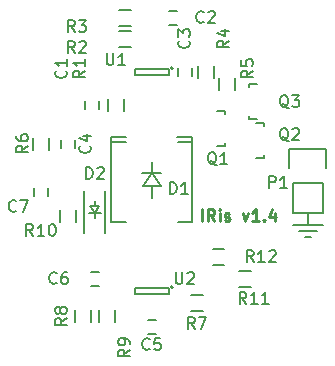
<source format=gbr>
G04 #@! TF.FileFunction,Legend,Top*
%FSLAX46Y46*%
G04 Gerber Fmt 4.6, Leading zero omitted, Abs format (unit mm)*
G04 Created by KiCad (PCBNEW 4.0.2-stable) date Saturday, September 17, 2016 'PMt' 12:44:10 PM*
%MOMM*%
G01*
G04 APERTURE LIST*
%ADD10C,0.100000*%
%ADD11C,0.200000*%
%ADD12C,0.250000*%
%ADD13C,0.150000*%
G04 APERTURE END LIST*
D10*
D11*
X155194000Y-104394000D02*
X155702000Y-104394000D01*
X155448000Y-104394000D02*
X155194000Y-104394000D01*
X154686000Y-103886000D02*
X156210000Y-103886000D01*
X155448000Y-103886000D02*
X154686000Y-103886000D01*
X156718000Y-103378000D02*
X154178000Y-103378000D01*
X154432000Y-103378000D02*
X156718000Y-103378000D01*
X155448000Y-103378000D02*
X154432000Y-103378000D01*
X155448000Y-102362000D02*
X155448000Y-103378000D01*
D12*
X146510762Y-103068381D02*
X146510762Y-102068381D01*
X147558381Y-103068381D02*
X147225047Y-102592190D01*
X146986952Y-103068381D02*
X146986952Y-102068381D01*
X147367905Y-102068381D01*
X147463143Y-102116000D01*
X147510762Y-102163619D01*
X147558381Y-102258857D01*
X147558381Y-102401714D01*
X147510762Y-102496952D01*
X147463143Y-102544571D01*
X147367905Y-102592190D01*
X146986952Y-102592190D01*
X147986952Y-103068381D02*
X147986952Y-102401714D01*
X147986952Y-102068381D02*
X147939333Y-102116000D01*
X147986952Y-102163619D01*
X148034571Y-102116000D01*
X147986952Y-102068381D01*
X147986952Y-102163619D01*
X148415523Y-103020762D02*
X148510761Y-103068381D01*
X148701237Y-103068381D01*
X148796476Y-103020762D01*
X148844095Y-102925524D01*
X148844095Y-102877905D01*
X148796476Y-102782667D01*
X148701237Y-102735048D01*
X148558380Y-102735048D01*
X148463142Y-102687429D01*
X148415523Y-102592190D01*
X148415523Y-102544571D01*
X148463142Y-102449333D01*
X148558380Y-102401714D01*
X148701237Y-102401714D01*
X148796476Y-102449333D01*
X149939333Y-102401714D02*
X150177428Y-103068381D01*
X150415524Y-102401714D01*
X151320286Y-103068381D02*
X150748857Y-103068381D01*
X151034571Y-103068381D02*
X151034571Y-102068381D01*
X150939333Y-102211238D01*
X150844095Y-102306476D01*
X150748857Y-102354095D01*
X151748857Y-102973143D02*
X151796476Y-103020762D01*
X151748857Y-103068381D01*
X151701238Y-103020762D01*
X151748857Y-102973143D01*
X151748857Y-103068381D01*
X152653619Y-102401714D02*
X152653619Y-103068381D01*
X152415523Y-102020762D02*
X152177428Y-102735048D01*
X152796476Y-102735048D01*
D13*
X137760000Y-92868000D02*
X137760000Y-93568000D01*
X136560000Y-93568000D02*
X136560000Y-92868000D01*
X143668000Y-85252000D02*
X144368000Y-85252000D01*
X144368000Y-86452000D02*
X143668000Y-86452000D01*
X145634000Y-90074000D02*
X145634000Y-90774000D01*
X144434000Y-90774000D02*
X144434000Y-90074000D01*
X134528000Y-96870000D02*
X134528000Y-96170000D01*
X135728000Y-96170000D02*
X135728000Y-96870000D01*
X141890000Y-111414000D02*
X142590000Y-111414000D01*
X142590000Y-112614000D02*
X141890000Y-112614000D01*
X137064000Y-107350000D02*
X137764000Y-107350000D01*
X137764000Y-108550000D02*
X137064000Y-108550000D01*
X132242000Y-100934000D02*
X132242000Y-100234000D01*
X133442000Y-100234000D02*
X133442000Y-100934000D01*
X142240000Y-98970300D02*
X142240000Y-98068600D01*
X142240000Y-100120920D02*
X142240000Y-101119140D01*
X138838940Y-96418540D02*
X140040360Y-96418540D01*
X145641060Y-96418540D02*
X144439640Y-96418540D01*
X138838940Y-103167180D02*
X140040360Y-103167180D01*
X145641060Y-103167180D02*
X144439640Y-103167180D01*
X138838940Y-95968820D02*
X140091160Y-95968820D01*
X145641060Y-95968820D02*
X144388840Y-95968820D01*
X143040100Y-98970300D02*
X141439900Y-98970300D01*
X141490700Y-100120920D02*
X143040100Y-100120920D01*
X142240000Y-98970300D02*
X141490700Y-100120920D01*
X142240000Y-98970300D02*
X143040100Y-100120920D01*
X138838940Y-95968820D02*
X138838940Y-103167180D01*
X145641060Y-95968820D02*
X145641060Y-103167180D01*
X148478240Y-96549160D02*
X148478240Y-96500900D01*
X147777200Y-93750180D02*
X148478240Y-93750180D01*
X148478240Y-93750180D02*
X148478240Y-93999100D01*
X148478240Y-96549160D02*
X148478240Y-96749820D01*
X148478240Y-96749820D02*
X147777200Y-96749820D01*
X138517000Y-93718000D02*
X138517000Y-92718000D01*
X139867000Y-92718000D02*
X139867000Y-93718000D01*
X140454000Y-88305000D02*
X139454000Y-88305000D01*
X139454000Y-86955000D02*
X140454000Y-86955000D01*
X139454000Y-85177000D02*
X140454000Y-85177000D01*
X140454000Y-86527000D02*
X139454000Y-86527000D01*
X147487000Y-89924000D02*
X147487000Y-90924000D01*
X146137000Y-90924000D02*
X146137000Y-89924000D01*
X149265000Y-90940000D02*
X149265000Y-91940000D01*
X147915000Y-91940000D02*
X147915000Y-90940000D01*
X132167000Y-97020000D02*
X132167000Y-96020000D01*
X133517000Y-96020000D02*
X133517000Y-97020000D01*
X146550000Y-110657000D02*
X145550000Y-110657000D01*
X145550000Y-109307000D02*
X146550000Y-109307000D01*
X137073000Y-110625000D02*
X137073000Y-111625000D01*
X135723000Y-111625000D02*
X135723000Y-110625000D01*
X139105000Y-110625000D02*
X139105000Y-111625000D01*
X137755000Y-111625000D02*
X137755000Y-110625000D01*
X134453000Y-103116000D02*
X134453000Y-102116000D01*
X135803000Y-102116000D02*
X135803000Y-103116000D01*
X144040000Y-90124000D02*
G75*
G03X144040000Y-90124000I-100000J0D01*
G01*
X143690000Y-90674000D02*
X143690000Y-90174000D01*
X140790000Y-90674000D02*
X143690000Y-90674000D01*
X140790000Y-90174000D02*
X140790000Y-90674000D01*
X143690000Y-90174000D02*
X140790000Y-90174000D01*
X144040000Y-108666000D02*
G75*
G03X144040000Y-108666000I-100000J0D01*
G01*
X143690000Y-109216000D02*
X143690000Y-108716000D01*
X140790000Y-109216000D02*
X143690000Y-109216000D01*
X140790000Y-108716000D02*
X140790000Y-109216000D01*
X143690000Y-108716000D02*
X140790000Y-108716000D01*
X156718000Y-99822000D02*
X156718000Y-102362000D01*
X156998000Y-97002000D02*
X156998000Y-98552000D01*
X156718000Y-99822000D02*
X154178000Y-99822000D01*
X153898000Y-98552000D02*
X153898000Y-97002000D01*
X153898000Y-97002000D02*
X156998000Y-97002000D01*
X154178000Y-99822000D02*
X154178000Y-102362000D01*
X154178000Y-102362000D02*
X156718000Y-102362000D01*
X151780240Y-97565160D02*
X151780240Y-97516900D01*
X151079200Y-94766180D02*
X151780240Y-94766180D01*
X151780240Y-94766180D02*
X151780240Y-95015100D01*
X151780240Y-97565160D02*
X151780240Y-97765820D01*
X151780240Y-97765820D02*
X151079200Y-97765820D01*
X150479760Y-91664840D02*
X150479760Y-91713100D01*
X151180800Y-94463820D02*
X150479760Y-94463820D01*
X150479760Y-94463820D02*
X150479760Y-94214900D01*
X150479760Y-91664840D02*
X150479760Y-91464180D01*
X150479760Y-91464180D02*
X151180800Y-91464180D01*
X137414000Y-101790500D02*
X137414000Y-101409500D01*
X137414000Y-102806500D02*
X137414000Y-102425500D01*
X137414000Y-102425500D02*
X137033000Y-101790500D01*
X137033000Y-101790500D02*
X137795000Y-101790500D01*
X137795000Y-101790500D02*
X137414000Y-102425500D01*
X136906000Y-102425500D02*
X137922000Y-102425500D01*
X138314000Y-104108000D02*
X138314000Y-100568000D01*
X136514000Y-104108000D02*
X136514000Y-100568000D01*
X150614000Y-108625000D02*
X149614000Y-108625000D01*
X149614000Y-107275000D02*
X150614000Y-107275000D01*
X147404200Y-105420800D02*
X148404200Y-105420800D01*
X148404200Y-106770800D02*
X147404200Y-106770800D01*
X134977143Y-90336666D02*
X135024762Y-90384285D01*
X135072381Y-90527142D01*
X135072381Y-90622380D01*
X135024762Y-90765238D01*
X134929524Y-90860476D01*
X134834286Y-90908095D01*
X134643810Y-90955714D01*
X134500952Y-90955714D01*
X134310476Y-90908095D01*
X134215238Y-90860476D01*
X134120000Y-90765238D01*
X134072381Y-90622380D01*
X134072381Y-90527142D01*
X134120000Y-90384285D01*
X134167619Y-90336666D01*
X135072381Y-89384285D02*
X135072381Y-89955714D01*
X135072381Y-89670000D02*
X134072381Y-89670000D01*
X134215238Y-89765238D01*
X134310476Y-89860476D01*
X134358095Y-89955714D01*
X146645334Y-86209143D02*
X146597715Y-86256762D01*
X146454858Y-86304381D01*
X146359620Y-86304381D01*
X146216762Y-86256762D01*
X146121524Y-86161524D01*
X146073905Y-86066286D01*
X146026286Y-85875810D01*
X146026286Y-85732952D01*
X146073905Y-85542476D01*
X146121524Y-85447238D01*
X146216762Y-85352000D01*
X146359620Y-85304381D01*
X146454858Y-85304381D01*
X146597715Y-85352000D01*
X146645334Y-85399619D01*
X147026286Y-85399619D02*
X147073905Y-85352000D01*
X147169143Y-85304381D01*
X147407239Y-85304381D01*
X147502477Y-85352000D01*
X147550096Y-85399619D01*
X147597715Y-85494857D01*
X147597715Y-85590095D01*
X147550096Y-85732952D01*
X146978667Y-86304381D01*
X147597715Y-86304381D01*
X145391143Y-87796666D02*
X145438762Y-87844285D01*
X145486381Y-87987142D01*
X145486381Y-88082380D01*
X145438762Y-88225238D01*
X145343524Y-88320476D01*
X145248286Y-88368095D01*
X145057810Y-88415714D01*
X144914952Y-88415714D01*
X144724476Y-88368095D01*
X144629238Y-88320476D01*
X144534000Y-88225238D01*
X144486381Y-88082380D01*
X144486381Y-87987142D01*
X144534000Y-87844285D01*
X144581619Y-87796666D01*
X144486381Y-87463333D02*
X144486381Y-86844285D01*
X144867333Y-87177619D01*
X144867333Y-87034761D01*
X144914952Y-86939523D01*
X144962571Y-86891904D01*
X145057810Y-86844285D01*
X145295905Y-86844285D01*
X145391143Y-86891904D01*
X145438762Y-86939523D01*
X145486381Y-87034761D01*
X145486381Y-87320476D01*
X145438762Y-87415714D01*
X145391143Y-87463333D01*
X137009143Y-96686666D02*
X137056762Y-96734285D01*
X137104381Y-96877142D01*
X137104381Y-96972380D01*
X137056762Y-97115238D01*
X136961524Y-97210476D01*
X136866286Y-97258095D01*
X136675810Y-97305714D01*
X136532952Y-97305714D01*
X136342476Y-97258095D01*
X136247238Y-97210476D01*
X136152000Y-97115238D01*
X136104381Y-96972380D01*
X136104381Y-96877142D01*
X136152000Y-96734285D01*
X136199619Y-96686666D01*
X136437714Y-95829523D02*
X137104381Y-95829523D01*
X136056762Y-96067619D02*
X136771048Y-96305714D01*
X136771048Y-95686666D01*
X142073334Y-113895143D02*
X142025715Y-113942762D01*
X141882858Y-113990381D01*
X141787620Y-113990381D01*
X141644762Y-113942762D01*
X141549524Y-113847524D01*
X141501905Y-113752286D01*
X141454286Y-113561810D01*
X141454286Y-113418952D01*
X141501905Y-113228476D01*
X141549524Y-113133238D01*
X141644762Y-113038000D01*
X141787620Y-112990381D01*
X141882858Y-112990381D01*
X142025715Y-113038000D01*
X142073334Y-113085619D01*
X142978096Y-112990381D02*
X142501905Y-112990381D01*
X142454286Y-113466571D01*
X142501905Y-113418952D01*
X142597143Y-113371333D01*
X142835239Y-113371333D01*
X142930477Y-113418952D01*
X142978096Y-113466571D01*
X143025715Y-113561810D01*
X143025715Y-113799905D01*
X142978096Y-113895143D01*
X142930477Y-113942762D01*
X142835239Y-113990381D01*
X142597143Y-113990381D01*
X142501905Y-113942762D01*
X142454286Y-113895143D01*
X134199334Y-108307143D02*
X134151715Y-108354762D01*
X134008858Y-108402381D01*
X133913620Y-108402381D01*
X133770762Y-108354762D01*
X133675524Y-108259524D01*
X133627905Y-108164286D01*
X133580286Y-107973810D01*
X133580286Y-107830952D01*
X133627905Y-107640476D01*
X133675524Y-107545238D01*
X133770762Y-107450000D01*
X133913620Y-107402381D01*
X134008858Y-107402381D01*
X134151715Y-107450000D01*
X134199334Y-107497619D01*
X135056477Y-107402381D02*
X134866000Y-107402381D01*
X134770762Y-107450000D01*
X134723143Y-107497619D01*
X134627905Y-107640476D01*
X134580286Y-107830952D01*
X134580286Y-108211905D01*
X134627905Y-108307143D01*
X134675524Y-108354762D01*
X134770762Y-108402381D01*
X134961239Y-108402381D01*
X135056477Y-108354762D01*
X135104096Y-108307143D01*
X135151715Y-108211905D01*
X135151715Y-107973810D01*
X135104096Y-107878571D01*
X135056477Y-107830952D01*
X134961239Y-107783333D01*
X134770762Y-107783333D01*
X134675524Y-107830952D01*
X134627905Y-107878571D01*
X134580286Y-107973810D01*
X130770334Y-102211143D02*
X130722715Y-102258762D01*
X130579858Y-102306381D01*
X130484620Y-102306381D01*
X130341762Y-102258762D01*
X130246524Y-102163524D01*
X130198905Y-102068286D01*
X130151286Y-101877810D01*
X130151286Y-101734952D01*
X130198905Y-101544476D01*
X130246524Y-101449238D01*
X130341762Y-101354000D01*
X130484620Y-101306381D01*
X130579858Y-101306381D01*
X130722715Y-101354000D01*
X130770334Y-101401619D01*
X131103667Y-101306381D02*
X131770334Y-101306381D01*
X131341762Y-102306381D01*
X143787905Y-100782381D02*
X143787905Y-99782381D01*
X144026000Y-99782381D01*
X144168858Y-99830000D01*
X144264096Y-99925238D01*
X144311715Y-100020476D01*
X144359334Y-100210952D01*
X144359334Y-100353810D01*
X144311715Y-100544286D01*
X144264096Y-100639524D01*
X144168858Y-100734762D01*
X144026000Y-100782381D01*
X143787905Y-100782381D01*
X145311715Y-100782381D02*
X144740286Y-100782381D01*
X145026000Y-100782381D02*
X145026000Y-99782381D01*
X144930762Y-99925238D01*
X144835524Y-100020476D01*
X144740286Y-100068095D01*
X147732762Y-98337619D02*
X147637524Y-98290000D01*
X147542286Y-98194762D01*
X147399429Y-98051905D01*
X147304190Y-98004286D01*
X147208952Y-98004286D01*
X147256571Y-98242381D02*
X147161333Y-98194762D01*
X147066095Y-98099524D01*
X147018476Y-97909048D01*
X147018476Y-97575714D01*
X147066095Y-97385238D01*
X147161333Y-97290000D01*
X147256571Y-97242381D01*
X147447048Y-97242381D01*
X147542286Y-97290000D01*
X147637524Y-97385238D01*
X147685143Y-97575714D01*
X147685143Y-97909048D01*
X147637524Y-98099524D01*
X147542286Y-98194762D01*
X147447048Y-98242381D01*
X147256571Y-98242381D01*
X148637524Y-98242381D02*
X148066095Y-98242381D01*
X148351809Y-98242381D02*
X148351809Y-97242381D01*
X148256571Y-97385238D01*
X148161333Y-97480476D01*
X148066095Y-97528095D01*
X136596381Y-90336666D02*
X136120190Y-90670000D01*
X136596381Y-90908095D02*
X135596381Y-90908095D01*
X135596381Y-90527142D01*
X135644000Y-90431904D01*
X135691619Y-90384285D01*
X135786857Y-90336666D01*
X135929714Y-90336666D01*
X136024952Y-90384285D01*
X136072571Y-90431904D01*
X136120190Y-90527142D01*
X136120190Y-90908095D01*
X136596381Y-89384285D02*
X136596381Y-89955714D01*
X136596381Y-89670000D02*
X135596381Y-89670000D01*
X135739238Y-89765238D01*
X135834476Y-89860476D01*
X135882095Y-89955714D01*
X135723334Y-88844381D02*
X135390000Y-88368190D01*
X135151905Y-88844381D02*
X135151905Y-87844381D01*
X135532858Y-87844381D01*
X135628096Y-87892000D01*
X135675715Y-87939619D01*
X135723334Y-88034857D01*
X135723334Y-88177714D01*
X135675715Y-88272952D01*
X135628096Y-88320571D01*
X135532858Y-88368190D01*
X135151905Y-88368190D01*
X136104286Y-87939619D02*
X136151905Y-87892000D01*
X136247143Y-87844381D01*
X136485239Y-87844381D01*
X136580477Y-87892000D01*
X136628096Y-87939619D01*
X136675715Y-88034857D01*
X136675715Y-88130095D01*
X136628096Y-88272952D01*
X136056667Y-88844381D01*
X136675715Y-88844381D01*
X135723334Y-87066381D02*
X135390000Y-86590190D01*
X135151905Y-87066381D02*
X135151905Y-86066381D01*
X135532858Y-86066381D01*
X135628096Y-86114000D01*
X135675715Y-86161619D01*
X135723334Y-86256857D01*
X135723334Y-86399714D01*
X135675715Y-86494952D01*
X135628096Y-86542571D01*
X135532858Y-86590190D01*
X135151905Y-86590190D01*
X136056667Y-86066381D02*
X136675715Y-86066381D01*
X136342381Y-86447333D01*
X136485239Y-86447333D01*
X136580477Y-86494952D01*
X136628096Y-86542571D01*
X136675715Y-86637810D01*
X136675715Y-86875905D01*
X136628096Y-86971143D01*
X136580477Y-87018762D01*
X136485239Y-87066381D01*
X136199524Y-87066381D01*
X136104286Y-87018762D01*
X136056667Y-86971143D01*
X148788381Y-87796666D02*
X148312190Y-88130000D01*
X148788381Y-88368095D02*
X147788381Y-88368095D01*
X147788381Y-87987142D01*
X147836000Y-87891904D01*
X147883619Y-87844285D01*
X147978857Y-87796666D01*
X148121714Y-87796666D01*
X148216952Y-87844285D01*
X148264571Y-87891904D01*
X148312190Y-87987142D01*
X148312190Y-88368095D01*
X148121714Y-86939523D02*
X148788381Y-86939523D01*
X147740762Y-87177619D02*
X148455048Y-87415714D01*
X148455048Y-86796666D01*
X150820381Y-90336666D02*
X150344190Y-90670000D01*
X150820381Y-90908095D02*
X149820381Y-90908095D01*
X149820381Y-90527142D01*
X149868000Y-90431904D01*
X149915619Y-90384285D01*
X150010857Y-90336666D01*
X150153714Y-90336666D01*
X150248952Y-90384285D01*
X150296571Y-90431904D01*
X150344190Y-90527142D01*
X150344190Y-90908095D01*
X149820381Y-89431904D02*
X149820381Y-89908095D01*
X150296571Y-89955714D01*
X150248952Y-89908095D01*
X150201333Y-89812857D01*
X150201333Y-89574761D01*
X150248952Y-89479523D01*
X150296571Y-89431904D01*
X150391810Y-89384285D01*
X150629905Y-89384285D01*
X150725143Y-89431904D01*
X150772762Y-89479523D01*
X150820381Y-89574761D01*
X150820381Y-89812857D01*
X150772762Y-89908095D01*
X150725143Y-89955714D01*
X131770381Y-96686666D02*
X131294190Y-97020000D01*
X131770381Y-97258095D02*
X130770381Y-97258095D01*
X130770381Y-96877142D01*
X130818000Y-96781904D01*
X130865619Y-96734285D01*
X130960857Y-96686666D01*
X131103714Y-96686666D01*
X131198952Y-96734285D01*
X131246571Y-96781904D01*
X131294190Y-96877142D01*
X131294190Y-97258095D01*
X130770381Y-95829523D02*
X130770381Y-96020000D01*
X130818000Y-96115238D01*
X130865619Y-96162857D01*
X131008476Y-96258095D01*
X131198952Y-96305714D01*
X131579905Y-96305714D01*
X131675143Y-96258095D01*
X131722762Y-96210476D01*
X131770381Y-96115238D01*
X131770381Y-95924761D01*
X131722762Y-95829523D01*
X131675143Y-95781904D01*
X131579905Y-95734285D01*
X131341810Y-95734285D01*
X131246571Y-95781904D01*
X131198952Y-95829523D01*
X131151333Y-95924761D01*
X131151333Y-96115238D01*
X131198952Y-96210476D01*
X131246571Y-96258095D01*
X131341810Y-96305714D01*
X145883334Y-112212381D02*
X145550000Y-111736190D01*
X145311905Y-112212381D02*
X145311905Y-111212381D01*
X145692858Y-111212381D01*
X145788096Y-111260000D01*
X145835715Y-111307619D01*
X145883334Y-111402857D01*
X145883334Y-111545714D01*
X145835715Y-111640952D01*
X145788096Y-111688571D01*
X145692858Y-111736190D01*
X145311905Y-111736190D01*
X146216667Y-111212381D02*
X146883334Y-111212381D01*
X146454762Y-112212381D01*
X135072381Y-111291666D02*
X134596190Y-111625000D01*
X135072381Y-111863095D02*
X134072381Y-111863095D01*
X134072381Y-111482142D01*
X134120000Y-111386904D01*
X134167619Y-111339285D01*
X134262857Y-111291666D01*
X134405714Y-111291666D01*
X134500952Y-111339285D01*
X134548571Y-111386904D01*
X134596190Y-111482142D01*
X134596190Y-111863095D01*
X134500952Y-110720238D02*
X134453333Y-110815476D01*
X134405714Y-110863095D01*
X134310476Y-110910714D01*
X134262857Y-110910714D01*
X134167619Y-110863095D01*
X134120000Y-110815476D01*
X134072381Y-110720238D01*
X134072381Y-110529761D01*
X134120000Y-110434523D01*
X134167619Y-110386904D01*
X134262857Y-110339285D01*
X134310476Y-110339285D01*
X134405714Y-110386904D01*
X134453333Y-110434523D01*
X134500952Y-110529761D01*
X134500952Y-110720238D01*
X134548571Y-110815476D01*
X134596190Y-110863095D01*
X134691429Y-110910714D01*
X134881905Y-110910714D01*
X134977143Y-110863095D01*
X135024762Y-110815476D01*
X135072381Y-110720238D01*
X135072381Y-110529761D01*
X135024762Y-110434523D01*
X134977143Y-110386904D01*
X134881905Y-110339285D01*
X134691429Y-110339285D01*
X134596190Y-110386904D01*
X134548571Y-110434523D01*
X134500952Y-110529761D01*
X140406381Y-113958666D02*
X139930190Y-114292000D01*
X140406381Y-114530095D02*
X139406381Y-114530095D01*
X139406381Y-114149142D01*
X139454000Y-114053904D01*
X139501619Y-114006285D01*
X139596857Y-113958666D01*
X139739714Y-113958666D01*
X139834952Y-114006285D01*
X139882571Y-114053904D01*
X139930190Y-114149142D01*
X139930190Y-114530095D01*
X140406381Y-113482476D02*
X140406381Y-113292000D01*
X140358762Y-113196761D01*
X140311143Y-113149142D01*
X140168286Y-113053904D01*
X139977810Y-113006285D01*
X139596857Y-113006285D01*
X139501619Y-113053904D01*
X139454000Y-113101523D01*
X139406381Y-113196761D01*
X139406381Y-113387238D01*
X139454000Y-113482476D01*
X139501619Y-113530095D01*
X139596857Y-113577714D01*
X139834952Y-113577714D01*
X139930190Y-113530095D01*
X139977810Y-113482476D01*
X140025429Y-113387238D01*
X140025429Y-113196761D01*
X139977810Y-113101523D01*
X139930190Y-113053904D01*
X139834952Y-113006285D01*
X132199143Y-104338381D02*
X131865809Y-103862190D01*
X131627714Y-104338381D02*
X131627714Y-103338381D01*
X132008667Y-103338381D01*
X132103905Y-103386000D01*
X132151524Y-103433619D01*
X132199143Y-103528857D01*
X132199143Y-103671714D01*
X132151524Y-103766952D01*
X132103905Y-103814571D01*
X132008667Y-103862190D01*
X131627714Y-103862190D01*
X133151524Y-104338381D02*
X132580095Y-104338381D01*
X132865809Y-104338381D02*
X132865809Y-103338381D01*
X132770571Y-103481238D01*
X132675333Y-103576476D01*
X132580095Y-103624095D01*
X133770571Y-103338381D02*
X133865810Y-103338381D01*
X133961048Y-103386000D01*
X134008667Y-103433619D01*
X134056286Y-103528857D01*
X134103905Y-103719333D01*
X134103905Y-103957429D01*
X134056286Y-104147905D01*
X134008667Y-104243143D01*
X133961048Y-104290762D01*
X133865810Y-104338381D01*
X133770571Y-104338381D01*
X133675333Y-104290762D01*
X133627714Y-104243143D01*
X133580095Y-104147905D01*
X133532476Y-103957429D01*
X133532476Y-103719333D01*
X133580095Y-103528857D01*
X133627714Y-103433619D01*
X133675333Y-103386000D01*
X133770571Y-103338381D01*
X138430095Y-88860381D02*
X138430095Y-89669905D01*
X138477714Y-89765143D01*
X138525333Y-89812762D01*
X138620571Y-89860381D01*
X138811048Y-89860381D01*
X138906286Y-89812762D01*
X138953905Y-89765143D01*
X139001524Y-89669905D01*
X139001524Y-88860381D01*
X140001524Y-89860381D02*
X139430095Y-89860381D01*
X139715809Y-89860381D02*
X139715809Y-88860381D01*
X139620571Y-89003238D01*
X139525333Y-89098476D01*
X139430095Y-89146095D01*
X144272095Y-107402381D02*
X144272095Y-108211905D01*
X144319714Y-108307143D01*
X144367333Y-108354762D01*
X144462571Y-108402381D01*
X144653048Y-108402381D01*
X144748286Y-108354762D01*
X144795905Y-108307143D01*
X144843524Y-108211905D01*
X144843524Y-107402381D01*
X145272095Y-107497619D02*
X145319714Y-107450000D01*
X145414952Y-107402381D01*
X145653048Y-107402381D01*
X145748286Y-107450000D01*
X145795905Y-107497619D01*
X145843524Y-107592857D01*
X145843524Y-107688095D01*
X145795905Y-107830952D01*
X145224476Y-108402381D01*
X145843524Y-108402381D01*
X152169905Y-100274381D02*
X152169905Y-99274381D01*
X152550858Y-99274381D01*
X152646096Y-99322000D01*
X152693715Y-99369619D01*
X152741334Y-99464857D01*
X152741334Y-99607714D01*
X152693715Y-99702952D01*
X152646096Y-99750571D01*
X152550858Y-99798190D01*
X152169905Y-99798190D01*
X153693715Y-100274381D02*
X153122286Y-100274381D01*
X153408000Y-100274381D02*
X153408000Y-99274381D01*
X153312762Y-99417238D01*
X153217524Y-99512476D01*
X153122286Y-99560095D01*
X153828762Y-96305619D02*
X153733524Y-96258000D01*
X153638286Y-96162762D01*
X153495429Y-96019905D01*
X153400190Y-95972286D01*
X153304952Y-95972286D01*
X153352571Y-96210381D02*
X153257333Y-96162762D01*
X153162095Y-96067524D01*
X153114476Y-95877048D01*
X153114476Y-95543714D01*
X153162095Y-95353238D01*
X153257333Y-95258000D01*
X153352571Y-95210381D01*
X153543048Y-95210381D01*
X153638286Y-95258000D01*
X153733524Y-95353238D01*
X153781143Y-95543714D01*
X153781143Y-95877048D01*
X153733524Y-96067524D01*
X153638286Y-96162762D01*
X153543048Y-96210381D01*
X153352571Y-96210381D01*
X154162095Y-95305619D02*
X154209714Y-95258000D01*
X154304952Y-95210381D01*
X154543048Y-95210381D01*
X154638286Y-95258000D01*
X154685905Y-95305619D01*
X154733524Y-95400857D01*
X154733524Y-95496095D01*
X154685905Y-95638952D01*
X154114476Y-96210381D01*
X154733524Y-96210381D01*
X153828762Y-93511619D02*
X153733524Y-93464000D01*
X153638286Y-93368762D01*
X153495429Y-93225905D01*
X153400190Y-93178286D01*
X153304952Y-93178286D01*
X153352571Y-93416381D02*
X153257333Y-93368762D01*
X153162095Y-93273524D01*
X153114476Y-93083048D01*
X153114476Y-92749714D01*
X153162095Y-92559238D01*
X153257333Y-92464000D01*
X153352571Y-92416381D01*
X153543048Y-92416381D01*
X153638286Y-92464000D01*
X153733524Y-92559238D01*
X153781143Y-92749714D01*
X153781143Y-93083048D01*
X153733524Y-93273524D01*
X153638286Y-93368762D01*
X153543048Y-93416381D01*
X153352571Y-93416381D01*
X154114476Y-92416381D02*
X154733524Y-92416381D01*
X154400190Y-92797333D01*
X154543048Y-92797333D01*
X154638286Y-92844952D01*
X154685905Y-92892571D01*
X154733524Y-92987810D01*
X154733524Y-93225905D01*
X154685905Y-93321143D01*
X154638286Y-93368762D01*
X154543048Y-93416381D01*
X154257333Y-93416381D01*
X154162095Y-93368762D01*
X154114476Y-93321143D01*
X136675905Y-99512381D02*
X136675905Y-98512381D01*
X136914000Y-98512381D01*
X137056858Y-98560000D01*
X137152096Y-98655238D01*
X137199715Y-98750476D01*
X137247334Y-98940952D01*
X137247334Y-99083810D01*
X137199715Y-99274286D01*
X137152096Y-99369524D01*
X137056858Y-99464762D01*
X136914000Y-99512381D01*
X136675905Y-99512381D01*
X137628286Y-98607619D02*
X137675905Y-98560000D01*
X137771143Y-98512381D01*
X138009239Y-98512381D01*
X138104477Y-98560000D01*
X138152096Y-98607619D01*
X138199715Y-98702857D01*
X138199715Y-98798095D01*
X138152096Y-98940952D01*
X137580667Y-99512381D01*
X138199715Y-99512381D01*
X150258543Y-110078781D02*
X149925209Y-109602590D01*
X149687114Y-110078781D02*
X149687114Y-109078781D01*
X150068067Y-109078781D01*
X150163305Y-109126400D01*
X150210924Y-109174019D01*
X150258543Y-109269257D01*
X150258543Y-109412114D01*
X150210924Y-109507352D01*
X150163305Y-109554971D01*
X150068067Y-109602590D01*
X149687114Y-109602590D01*
X151210924Y-110078781D02*
X150639495Y-110078781D01*
X150925209Y-110078781D02*
X150925209Y-109078781D01*
X150829971Y-109221638D01*
X150734733Y-109316876D01*
X150639495Y-109364495D01*
X152163305Y-110078781D02*
X151591876Y-110078781D01*
X151877590Y-110078781D02*
X151877590Y-109078781D01*
X151782352Y-109221638D01*
X151687114Y-109316876D01*
X151591876Y-109364495D01*
X150868143Y-106548181D02*
X150534809Y-106071990D01*
X150296714Y-106548181D02*
X150296714Y-105548181D01*
X150677667Y-105548181D01*
X150772905Y-105595800D01*
X150820524Y-105643419D01*
X150868143Y-105738657D01*
X150868143Y-105881514D01*
X150820524Y-105976752D01*
X150772905Y-106024371D01*
X150677667Y-106071990D01*
X150296714Y-106071990D01*
X151820524Y-106548181D02*
X151249095Y-106548181D01*
X151534809Y-106548181D02*
X151534809Y-105548181D01*
X151439571Y-105691038D01*
X151344333Y-105786276D01*
X151249095Y-105833895D01*
X152201476Y-105643419D02*
X152249095Y-105595800D01*
X152344333Y-105548181D01*
X152582429Y-105548181D01*
X152677667Y-105595800D01*
X152725286Y-105643419D01*
X152772905Y-105738657D01*
X152772905Y-105833895D01*
X152725286Y-105976752D01*
X152153857Y-106548181D01*
X152772905Y-106548181D01*
M02*

</source>
